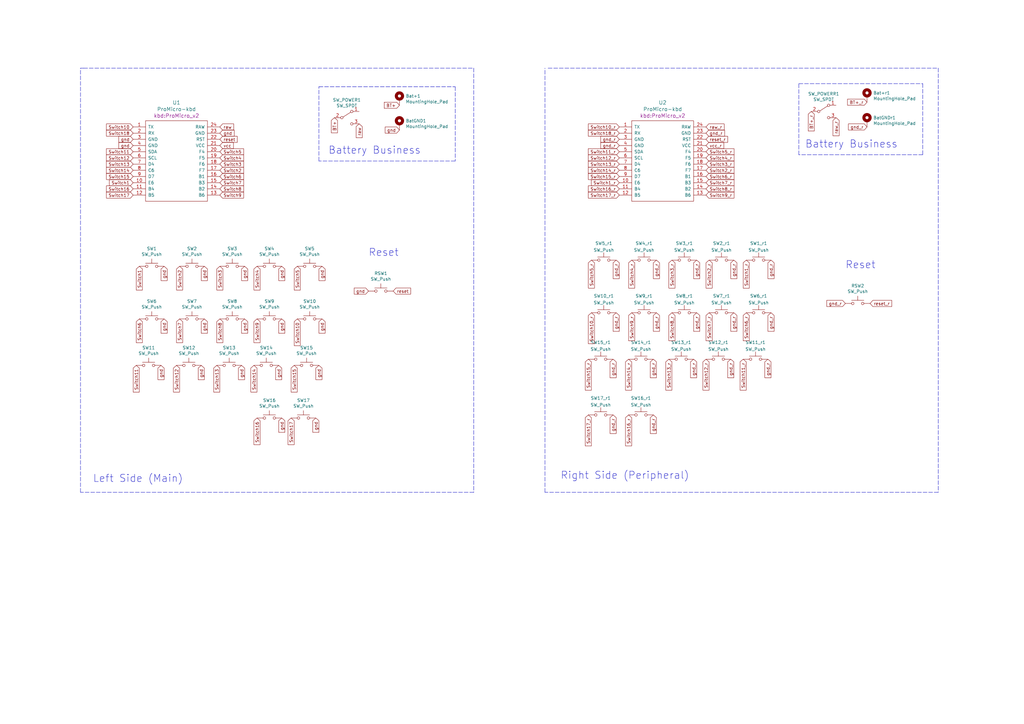
<source format=kicad_sch>
(kicad_sch (version 20211123) (generator eeschema)
  (paper "A3")
  (title_block (title "Sweep V2") (date "2021-03-10") (rev "0.1") (company "broomlabs"))
  (lib_symbols
    (symbol "Mechanical:MountingHole_Pad" (pin_numbers hide) (pin_names (offset 1.016) hide)
      (property "Reference" "H" (at 0 6.35 0))
      (property "Value" "MountingHole_Pad" (at 0 4.445 0))
      (symbol "MountingHole_Pad_0_1"
        (circle (center 0 1.27) (radius 1.27) (stroke (width 1.27)))
      )
      (symbol "MountingHole_Pad_1_1"
        (pin input line (at 0 -2.54 90) (length 2.54) (name "1") (number "1"))
      )
    )
    (symbol "Switch:SW_Push" (pin_numbers hide) (pin_names (offset 1.016) hide)
      (property "Reference" "SW" (at 1.27 2.54 0))
      (property "Value" "SW_Push" (at 0 -1.524 0))
      (symbol "SW_Push_0_1"
        (circle (center -2.032 0) (radius 0.508))
        (polyline (pts (xy 0 1.27) (xy 0 3.048)))
        (polyline (pts (xy 2.54 1.27) (xy -2.54 1.27)))
        (circle (center 2.032 0) (radius 0.508))
        (pin passive line (at -5.08 0 0) (length 2.54) (name "1") (number "1"))
        (pin passive line (at 5.08 0 180) (length 2.54) (name "2") (number "2"))
      )
    )
    (symbol "Switch:SW_SPDT" (pin_names (offset 0) hide)
      (property "Reference" "SW" (at 0 4.318 0))
      (property "Value" "SW_SPDT" (at 0 -5.08 0))
      (symbol "SW_SPDT_0_0"
        (circle (center -2.032 0) (radius 0.508))
        (circle (center 2.032 -2.54) (radius 0.508))
      )
      (symbol "SW_SPDT_0_1"
        (polyline (pts (xy -1.524 0.254) (xy 1.651 2.286)))
        (circle (center 2.032 2.54) (radius 0.508))
      )
      (symbol "SW_SPDT_1_1"
        (pin passive line (at 5.08 2.54 180) (length 2.54) (name "A") (number "1"))
        (pin passive line (at -5.08 0 0) (length 2.54) (name "B") (number "2"))
        (pin passive line (at 5.08 -2.54 180) (length 2.54) (name "C") (number "3"))
      )
    )
    (symbol "sweepv2-rescue:ProMicro-kbd-bigblackpill-34key-rescue" (pin_names (offset 1.016))
      (property "Reference" "U" (at 0 24.13 0))
      (property "Value" "sweepv2-rescue_ProMicro-kbd-bigblackpill-34key-rescue" (at 0 -13.97 0))
      (symbol "ProMicro-kbd-bigblackpill-34key-rescue_0_1"
        (rectangle (start -12.7 21.59) (end 12.7 -11.43))
      )
      (symbol "ProMicro-kbd-bigblackpill-34key-rescue_1_1"
        (pin bidirectional line (at -17.78 19.05 0) (length 5.08) (name "TX") (number "1"))
        (pin bidirectional line (at -17.78 -3.81 0) (length 5.08) (name "E6") (number "10"))
        (pin bidirectional line (at -17.78 -6.35 0) (length 5.08) (name "B4") (number "11"))
        (pin bidirectional line (at -17.78 -8.89 0) (length 5.08) (name "B5") (number "12"))
        (pin bidirectional line (at 17.78 -8.89 180) (length 5.08) (name "B6") (number "13"))
        (pin bidirectional line (at 17.78 -6.35 180) (length 5.08) (name "B2") (number "14"))
        (pin bidirectional line (at 17.78 -3.81 180) (length 5.08) (name "B3") (number "15"))
        (pin bidirectional line (at 17.78 -1.27 180) (length 5.08) (name "B1") (number "16"))
        (pin bidirectional line (at 17.78 1.27 180) (length 5.08) (name "F7") (number "17"))
        (pin bidirectional line (at 17.78 3.81 180) (length 5.08) (name "F6") (number "18"))
        (pin bidirectional line (at 17.78 6.35 180) (length 5.08) (name "F5") (number "19"))
        (pin bidirectional line (at -17.78 16.51 0) (length 5.08) (name "RX") (number "2"))
        (pin bidirectional line (at 17.78 8.89 180) (length 5.08) (name "F4") (number "20"))
        (pin power_in line (at 17.78 11.43 180) (length 5.08) (name "VCC") (number "21"))
        (pin input line (at 17.78 13.97 180) (length 5.08) (name "RST") (number "22"))
        (pin power_in line (at 17.78 16.51 180) (length 5.08) (name "GND") (number "23"))
        (pin power_out line (at 17.78 19.05 180) (length 5.08) (name "RAW") (number "24"))
        (pin power_in line (at -17.78 13.97 0) (length 5.08) (name "GND") (number "3"))
        (pin power_in line (at -17.78 11.43 0) (length 5.08) (name "GND") (number "4"))
        (pin bidirectional line (at -17.78 8.89 0) (length 5.08) (name "SDA") (number "5"))
        (pin bidirectional line (at -17.78 6.35 0) (length 5.08) (name "SCL") (number "6"))
        (pin bidirectional line (at -17.78 3.81 0) (length 5.08) (name "D4") (number "7"))
        (pin bidirectional line (at -17.78 1.27 0) (length 5.08) (name "C6") (number "8"))
        (pin bidirectional line (at -17.78 -1.27 0) (length 5.08) (name "D7") (number "9"))
      )
    )
  )
  (polyline (pts (xy 223.52 201.93) (xy 223.52 27.94)))
  (polyline (pts (xy 130.81 35.56) (xy 186.69 35.56)))
  (polyline (pts (xy 384.81 27.94) (xy 384.81 201.93)))
  (polyline (pts (xy 224.79 27.94) (xy 384.81 27.94)))
  (polyline (pts (xy 378.46 63.5) (xy 327.66 63.5)))
  (polyline (pts (xy 130.81 66.04) (xy 130.81 35.56)))
  (polyline (pts (xy 33.02 201.93) (xy 33.02 27.94)))
  (polyline (pts (xy 186.69 66.04) (xy 130.81 66.04)))
  (polyline (pts (xy 327.66 63.5) (xy 327.66 34.29)))
  (polyline (pts (xy 34.29 27.94) (xy 194.31 27.94)))
  (polyline (pts (xy 327.66 34.29) (xy 378.46 34.29)))
  (polyline (pts (xy 186.69 35.56) (xy 186.69 66.04)))
  (polyline (pts (xy 378.46 34.29) (xy 378.46 63.5)))
  (polyline (pts (xy 33.02 27.94) (xy 34.29 27.94)))
  (polyline (pts (xy 384.81 201.93) (xy 223.52 201.93)))
  (polyline (pts (xy 194.31 27.94) (xy 194.31 201.93)))
  (polyline (pts (xy 194.31 201.93) (xy 33.02 201.93)))
  (text "Battery Business" (at 134.62 63.5 0) (effects (font (size 2.9972 2.9972)) (justify left bottom)))
  (text "Reset" (at 151.13 105.41 0) (effects (font (size 2.9972 2.9972)) (justify left bottom)))
  (text "Left Side (Main)" (at 38.1 198.12 0) (effects (font (size 2.9972 2.9972)) (justify left bottom)))
  (text "Right Side (Peripheral)" (at 229.87 196.85 0) (effects (font (size 2.9972 2.9972)) (justify left bottom)))
  (text "Battery Business" (at 330.2 60.96 0) (effects (font (size 2.9972 2.9972)) (justify left bottom)))
  (text "Reset" (at 346.71 110.49 0) (effects (font (size 2.9972 2.9972)) (justify left bottom)))
  (global_label "Switch14" (shape input) (at 54.61 69.85 180) (property "Intersheet References" "${INTERSHEET_REFS}" (effects hide)))
  (global_label "BT+_r" (shape input) (at 332.74 45.72 270) (property "Intersheet References" "${INTERSHEET_REFS}" (effects hide)))
  (global_label "gnd" (shape input) (at 132.08 130.81 270) (property "Intersheet References" "${INTERSHEET_REFS}" (effects hide)))
  (global_label "Switch3_r" (shape input) (at 275.59 106.68 270) (property "Intersheet References" "${INTERSHEET_REFS}" (effects hide)))
  (global_label "Switch5" (shape input) (at 121.92 109.22 270) (property "Intersheet References" "${INTERSHEET_REFS}" (effects hide)))
  (global_label "Switch12_r" (shape input) (at 254 64.77 180) (property "Intersheet References" "${INTERSHEET_REFS}" (effects hide)))
  (global_label "Switch15_r" (shape input) (at 241.3 147.32 270) (property "Intersheet References" "${INTERSHEET_REFS}" (effects hide)))
  (global_label "Switch8_r" (shape input) (at 275.59 128.27 270) (property "Intersheet References" "${INTERSHEET_REFS}" (effects hide)))
  (global_label "Switch4" (shape input) (at 90.17 64.77 0) (property "Intersheet References" "${INTERSHEET_REFS}" (effects hide)))
  (global_label "gnd" (shape input) (at 99.06 149.86 270) (property "Intersheet References" "${INTERSHEET_REFS}" (effects hide)))
  (global_label "reset" (shape input) (at 161.29 119.38 0) (property "Intersheet References" "${INTERSHEET_REFS}" (effects hide)))
  (global_label "vcc" (shape input) (at 90.17 59.69 0) (property "Intersheet References" "${INTERSHEET_REFS}" (effects hide)))
  (global_label "Switch6_r" (shape input) (at 289.56 72.39 0) (property "Intersheet References" "${INTERSHEET_REFS}" (effects hide)))
  (global_label "Switch16" (shape input) (at 105.41 171.45 270) (property "Intersheet References" "${INTERSHEET_REFS}" (effects hide)))
  (global_label "Switch8" (shape input) (at 90.17 130.81 270) (property "Intersheet References" "${INTERSHEET_REFS}" (effects hide)))
  (global_label "Switch12_r" (shape input) (at 289.56 147.32 270) (property "Intersheet References" "${INTERSHEET_REFS}" (effects hide)))
  (global_label "gnd" (shape input) (at 151.13 119.38 180) (property "Intersheet References" "${INTERSHEET_REFS}" (effects hide)))
  (global_label "gnd_r" (shape input) (at 346.71 124.46 180) (property "Intersheet References" "${INTERSHEET_REFS}" (effects hide)))
  (global_label "Switch17_r" (shape input) (at 241.3 170.18 270) (property "Intersheet References" "${INTERSHEET_REFS}" (effects hide)))
  (global_label "gnd" (shape input) (at 82.55 149.86 270) (property "Intersheet References" "${INTERSHEET_REFS}" (effects hide)))
  (global_label "gnd_r" (shape input) (at 300.99 128.27 270) (property "Intersheet References" "${INTERSHEET_REFS}" (effects hide)))
  (global_label "reset_r" (shape input) (at 289.56 57.15 0) (property "Intersheet References" "${INTERSHEET_REFS}" (effects hide)))
  (global_label "gnd" (shape input) (at 163.83 53.34 180) (property "Intersheet References" "${INTERSHEET_REFS}" (effects hide)))
  (global_label "Switch13_r" (shape input) (at 274.32 147.32 270) (property "Intersheet References" "${INTERSHEET_REFS}" (effects hide)))
  (global_label "gnd_r" (shape input) (at 267.97 170.18 270) (property "Intersheet References" "${INTERSHEET_REFS}" (effects hide)))
  (global_label "gnd" (shape input) (at 90.17 54.61 0) (property "Intersheet References" "${INTERSHEET_REFS}" (effects hide)))
  (global_label "Switch11" (shape input) (at 54.61 62.23 180) (property "Intersheet References" "${INTERSHEET_REFS}" (effects hide)))
  (global_label "gnd" (shape input) (at 54.61 59.69 180) (property "Intersheet References" "${INTERSHEET_REFS}" (effects hide)))
  (global_label "gnd" (shape input) (at 67.31 109.22 270) (property "Intersheet References" "${INTERSHEET_REFS}" (effects hide)))
  (global_label "Switch18" (shape input) (at 54.61 54.61 180) (property "Intersheet References" "${INTERSHEET_REFS}" (effects hide)))
  (global_label "gnd" (shape input) (at 67.31 130.81 270) (property "Intersheet References" "${INTERSHEET_REFS}" (effects hide)))
  (global_label "Switch12" (shape input) (at 54.61 64.77 180) (property "Intersheet References" "${INTERSHEET_REFS}" (effects hide)))
  (global_label "Switch16_r" (shape input) (at 257.81 170.18 270) (property "Intersheet References" "${INTERSHEET_REFS}" (effects hide)))
  (global_label "Switch2_r" (shape input) (at 289.56 69.85 0) (property "Intersheet References" "${INTERSHEET_REFS}" (effects hide)))
  (global_label "Switch9" (shape input) (at 105.41 130.81 270) (property "Intersheet References" "${INTERSHEET_REFS}" (effects hide)))
  (global_label "raw" (shape input) (at 90.17 52.07 0) (property "Intersheet References" "${INTERSHEET_REFS}" (effects hide)))
  (global_label "gnd_r" (shape input) (at 251.46 147.32 270) (property "Intersheet References" "${INTERSHEET_REFS}" (effects hide)))
  (global_label "gnd_r" (shape input) (at 269.24 128.27 270) (property "Intersheet References" "${INTERSHEET_REFS}" (effects hide)))
  (global_label "gnd_r" (shape input) (at 316.23 106.68 270) (property "Intersheet References" "${INTERSHEET_REFS}" (effects hide)))
  (global_label "BT+" (shape input) (at 137.16 48.26 270) (property "Intersheet References" "${INTERSHEET_REFS}" (effects hide)))
  (global_label "Switch7_r" (shape input) (at 290.83 128.27 270) (property "Intersheet References" "${INTERSHEET_REFS}" (effects hide)))
  (global_label "gnd_r" (shape input) (at 254 57.15 180) (property "Intersheet References" "${INTERSHEET_REFS}" (effects hide)))
  (global_label "gnd" (shape input) (at 115.57 130.81 270) (property "Intersheet References" "${INTERSHEET_REFS}" (effects hide)))
  (global_label "Switch6" (shape input) (at 90.17 72.39 0) (property "Intersheet References" "${INTERSHEET_REFS}" (effects hide)))
  (global_label "gnd" (shape input) (at 54.61 57.15 180) (property "Intersheet References" "${INTERSHEET_REFS}" (effects hide)))
  (global_label "Switch8" (shape input) (at 90.17 77.47 0) (property "Intersheet References" "${INTERSHEET_REFS}" (effects hide)))
  (global_label "gnd" (shape input) (at 129.54 171.45 270) (property "Intersheet References" "${INTERSHEET_REFS}" (effects hide)))
  (global_label "gnd_r" (shape input) (at 254 59.69 180) (property "Intersheet References" "${INTERSHEET_REFS}" (effects hide)))
  (global_label "Switch1_r" (shape input) (at 306.07 106.68 270) (property "Intersheet References" "${INTERSHEET_REFS}" (effects hide)))
  (global_label "reset" (shape input) (at 90.17 57.15 0) (property "Intersheet References" "${INTERSHEET_REFS}" (effects hide)))
  (global_label "BT+" (shape input) (at 163.83 43.18 180) (property "Intersheet References" "${INTERSHEET_REFS}" (effects hide)))
  (global_label "Switch1" (shape input) (at 54.61 74.93 180) (property "Intersheet References" "${INTERSHEET_REFS}" (effects hide)))
  (global_label "Switch5_r" (shape input) (at 242.57 106.68 270) (property "Intersheet References" "${INTERSHEET_REFS}" (effects hide)))
  (global_label "Switch2" (shape input) (at 73.66 109.22 270) (property "Intersheet References" "${INTERSHEET_REFS}" (effects hide)))
  (global_label "raw" (shape input) (at 147.32 50.8 270) (property "Intersheet References" "${INTERSHEET_REFS}" (effects hide)))
  (global_label "Switch4_r" (shape input) (at 289.56 64.77 0) (property "Intersheet References" "${INTERSHEET_REFS}" (effects hide)))
  (global_label "Switch3" (shape input) (at 90.17 109.22 270) (property "Intersheet References" "${INTERSHEET_REFS}" (effects hide)))
  (global_label "Switch8_r" (shape input) (at 289.56 77.47 0) (property "Intersheet References" "${INTERSHEET_REFS}" (effects hide)))
  (global_label "Switch1_r" (shape input) (at 254 74.93 180) (property "Intersheet References" "${INTERSHEET_REFS}" (effects hide)))
  (global_label "vcc_r" (shape input) (at 289.56 59.69 0) (property "Intersheet References" "${INTERSHEET_REFS}" (effects hide)))
  (global_label "Switch4" (shape input) (at 105.41 109.22 270) (property "Intersheet References" "${INTERSHEET_REFS}" (effects hide)))
  (global_label "Switch9" (shape input) (at 90.17 80.01 0) (property "Intersheet References" "${INTERSHEET_REFS}" (effects hide)))
  (global_label "Switch10_r" (shape input) (at 242.57 128.27 270) (property "Intersheet References" "${INTERSHEET_REFS}" (effects hide)))
  (global_label "Switch2" (shape input) (at 90.17 69.85 0) (property "Intersheet References" "${INTERSHEET_REFS}" (effects hide)))
  (global_label "Switch10" (shape input) (at 54.61 52.07 180) (property "Intersheet References" "${INTERSHEET_REFS}" (effects hide)))
  (global_label "reset_r" (shape input) (at 356.87 124.46 0) (property "Intersheet References" "${INTERSHEET_REFS}" (effects hide)))
  (global_label "Switch11_r" (shape input) (at 254 62.23 180) (property "Intersheet References" "${INTERSHEET_REFS}" (effects hide)))
  (global_label "gnd_r" (shape input) (at 299.72 147.32 270) (property "Intersheet References" "${INTERSHEET_REFS}" (effects hide)))
  (global_label "Switch11_r" (shape input) (at 304.8 147.32 270) (property "Intersheet References" "${INTERSHEET_REFS}" (effects hide)))
  (global_label "gnd_r" (shape input) (at 267.97 147.32 270) (property "Intersheet References" "${INTERSHEET_REFS}" (effects hide)))
  (global_label "Switch11" (shape input) (at 55.88 149.86 270) (property "Intersheet References" "${INTERSHEET_REFS}" (effects hide)))
  (global_label "gnd" (shape input) (at 115.57 109.22 270) (property "Intersheet References" "${INTERSHEET_REFS}" (effects hide)))
  (global_label "gnd_r" (shape input) (at 252.73 128.27 270) (property "Intersheet References" "${INTERSHEET_REFS}" (effects hide)))
  (global_label "Switch3_r" (shape input) (at 289.56 67.31 0) (property "Intersheet References" "${INTERSHEET_REFS}" (effects hide)))
  (global_label "gnd_r" (shape input) (at 285.75 106.68 270) (property "Intersheet References" "${INTERSHEET_REFS}" (effects hide)))
  (global_label "Switch13" (shape input) (at 88.9 149.86 270) (property "Intersheet References" "${INTERSHEET_REFS}" (effects hide)))
  (global_label "Switch4_r" (shape input) (at 259.08 106.68 270) (property "Intersheet References" "${INTERSHEET_REFS}" (effects hide)))
  (global_label "gnd_r" (shape input) (at 269.24 106.68 270) (property "Intersheet References" "${INTERSHEET_REFS}" (effects hide)))
  (global_label "Switch3" (shape input) (at 90.17 67.31 0) (property "Intersheet References" "${INTERSHEET_REFS}" (effects hide)))
  (global_label "gnd_r" (shape input) (at 355.6 52.07 180) (property "Intersheet References" "${INTERSHEET_REFS}" (effects hide)))
  (global_label "Switch15" (shape input) (at 54.61 72.39 180) (property "Intersheet References" "${INTERSHEET_REFS}" (effects hide)))
  (global_label "gnd_r" (shape input) (at 285.75 128.27 270) (property "Intersheet References" "${INTERSHEET_REFS}" (effects hide)))
  (global_label "Switch16" (shape input) (at 54.61 77.47 180) (property "Intersheet References" "${INTERSHEET_REFS}" (effects hide)))
  (global_label "Switch1" (shape input) (at 57.15 109.22 270) (property "Intersheet References" "${INTERSHEET_REFS}" (effects hide)))
  (global_label "gnd" (shape input) (at 100.33 130.81 270) (property "Intersheet References" "${INTERSHEET_REFS}" (effects hide)))
  (global_label "Switch2_r" (shape input) (at 290.83 106.68 270) (property "Intersheet References" "${INTERSHEET_REFS}" (effects hide)))
  (global_label "gnd" (shape input) (at 114.3 149.86 270) (property "Intersheet References" "${INTERSHEET_REFS}" (effects hide)))
  (global_label "gnd_r" (shape input) (at 718.82 306.07 0) (property "Intersheet References" "${INTERSHEET_REFS}" (effects hide)))
  (global_label "gnd_r" (shape input) (at 316.23 128.27 270) (property "Intersheet References" "${INTERSHEET_REFS}" (effects hide)))
  (global_label "gnd_r" (shape input) (at 284.48 147.32 270) (property "Intersheet References" "${INTERSHEET_REFS}" (effects hide)))
  (global_label "Switch15_r" (shape input) (at 254 72.39 180) (property "Intersheet References" "${INTERSHEET_REFS}" (effects hide)))
  (global_label "gnd_r" (shape input) (at 251.46 170.18 270) (property "Intersheet References" "${INTERSHEET_REFS}" (effects hide)))
  (global_label "Switch12" (shape input) (at 72.39 149.86 270) (property "Intersheet References" "${INTERSHEET_REFS}" (effects hide)))
  (global_label "raw_r" (shape input) (at 342.9 48.26 270) (property "Intersheet References" "${INTERSHEET_REFS}" (effects hide)))
  (global_label "Switch7" (shape input) (at 90.17 74.93 0) (property "Intersheet References" "${INTERSHEET_REFS}" (effects hide)))
  (global_label "raw_r" (shape input) (at 289.56 52.07 0) (property "Intersheet References" "${INTERSHEET_REFS}" (effects hide)))
  (global_label "Switch15" (shape input) (at 120.65 149.86 270) (property "Intersheet References" "${INTERSHEET_REFS}" (effects hide)))
  (global_label "Switch17" (shape input) (at 54.61 80.01 180) (property "Intersheet References" "${INTERSHEET_REFS}" (effects hide)))
  (global_label "gnd" (shape input) (at 66.04 149.86 270) (property "Intersheet References" "${INTERSHEET_REFS}" (effects hide)))
  (global_label "Switch18_r" (shape input) (at 254 54.61 180) (property "Intersheet References" "${INTERSHEET_REFS}" (effects hide)))
  (global_label "BT+_r" (shape input) (at 355.6 41.91 180) (property "Intersheet References" "${INTERSHEET_REFS}" (effects hide)))
  (global_label "Switch9_r" (shape input) (at 289.56 80.01 0) (property "Intersheet References" "${INTERSHEET_REFS}" (effects hide)))
  (global_label "gnd" (shape input) (at 83.82 130.81 270) (property "Intersheet References" "${INTERSHEET_REFS}" (effects hide)))
  (global_label "Switch14_r" (shape input) (at 254 69.85 180) (property "Intersheet References" "${INTERSHEET_REFS}" (effects hide)))
  (global_label "Switch7" (shape input) (at 73.66 130.81 270) (property "Intersheet References" "${INTERSHEET_REFS}" (effects hide)))
  (global_label "Switch10" (shape input) (at 121.92 130.81 270) (property "Intersheet References" "${INTERSHEET_REFS}" (effects hide)))
  (global_label "gnd_r" (shape input) (at 252.73 106.68 270) (property "Intersheet References" "${INTERSHEET_REFS}" (effects hide)))
  (global_label "Switch5" (shape input) (at 90.17 62.23 0) (property "Intersheet References" "${INTERSHEET_REFS}" (effects hide)))
  (global_label "gnd" (shape input) (at 100.33 109.22 270) (property "Intersheet References" "${INTERSHEET_REFS}" (effects hide)))
  (global_label "gnd" (shape input) (at 83.82 109.22 270) (property "Intersheet References" "${INTERSHEET_REFS}" (effects hide)))
  (global_label "gnd_r" (shape input) (at 314.96 147.32 270) (property "Intersheet References" "${INTERSHEET_REFS}" (effects hide)))
  (global_label "Switch13_r" (shape input) (at 254 67.31 180) (property "Intersheet References" "${INTERSHEET_REFS}" (effects hide)))
  (global_label "gnd_r" (shape input) (at 300.99 106.68 270) (property "Intersheet References" "${INTERSHEET_REFS}" (effects hide)))
  (global_label "gnd" (shape input) (at 115.57 171.45 270) (property "Intersheet References" "${INTERSHEET_REFS}" (effects hide)))
  (global_label "gnd" (shape input) (at 132.08 109.22 270) (property "Intersheet References" "${INTERSHEET_REFS}" (effects hide)))
  (global_label "Switch17" (shape input) (at 119.38 171.45 270) (property "Intersheet References" "${INTERSHEET_REFS}" (effects hide)))
  (global_label "Switch9_r" (shape input) (at 259.08 128.27 270) (property "Intersheet References" "${INTERSHEET_REFS}" (effects hide)))
  (global_label "gnd_r" (shape input) (at 289.56 54.61 0) (property "Intersheet References" "${INTERSHEET_REFS}" (effects hide)))
  (global_label "Switch5_r" (shape input) (at 289.56 62.23 0) (property "Intersheet References" "${INTERSHEET_REFS}" (effects hide)))
  (global_label "Switch6" (shape input) (at 57.15 130.81 270) (property "Intersheet References" "${INTERSHEET_REFS}" (effects hide)))
  (global_label "Switch14_r" (shape input) (at 257.81 147.32 270) (property "Intersheet References" "${INTERSHEET_REFS}" (effects hide)))
  (global_label "Switch13" (shape input) (at 54.61 67.31 180) (property "Intersheet References" "${INTERSHEET_REFS}" (effects hide)))
  (global_label "Switch14" (shape input) (at 104.14 149.86 270) (property "Intersheet References" "${INTERSHEET_REFS}" (effects hide)))
  (global_label "Switch17_r" (shape input) (at 254 80.01 180) (property "Intersheet References" "${INTERSHEET_REFS}" (effects hide)))
  (global_label "Switch16_r" (shape input) (at 254 77.47 180) (property "Intersheet References" "${INTERSHEET_REFS}" (effects hide)))
  (global_label "Switch10_r" (shape input) (at 254 52.07 180) (property "Intersheet References" "${INTERSHEET_REFS}" (effects hide)))
  (global_label "Switch6_r" (shape input) (at 306.07 128.27 270) (property "Intersheet References" "${INTERSHEET_REFS}" (effects hide)))
  (global_label "Switch7_r" (shape input) (at 289.56 74.93 0) (property "Intersheet References" "${INTERSHEET_REFS}" (effects hide)))
  (global_label "gnd" (shape input) (at 130.81 149.86 270) (property "Intersheet References" "${INTERSHEET_REFS}" (effects hide)))
  (symbol (lib_id "Mechanical:MountingHole_Pad") (at 163.83 40.64 0) (unit 1)
    (property "Reference" "Bat+1" (at 166.37 39.3954 0) (effects (justify left)))
    (property "Value" "MountingHole_Pad" (at 166.37 41.7068 0) (effects (justify left)))
    (property "Footprint" "kbd:1pin_conn" (effects hide))
  )
  (symbol (lib_id "Mechanical:MountingHole_Pad") (at 163.83 50.8 0) (unit 1)
    (property "Reference" "BatGND1" (at 166.37 49.5554 0) (effects (justify left)))
    (property "Value" "MountingHole_Pad" (at 166.37 51.8668 0) (effects (justify left)))
    (property "Footprint" "kbd:1pin_conn" (effects hide))
  )
  (symbol (lib_id "sweepv2-rescue:ProMicro-kbd-bigblackpill-34key-rescue") (at 72.39 71.12 0) (unit 1)
    (property "Reference" "U1" (at 72.39 42.0878 0) (effects (font (size 1.524 1.524))))
    (property "Value" "ProMicro-kbd" (at 72.39 44.7802 0) (effects (font (size 1.524 1.524))))
    (property "Footprint" "kbd:ProMicro_v2" (at 72.39 47.4726 0) (effects (font (size 1.524 1.524))))
  )
  (symbol (lib_id "Switch:SW_Push") (at 62.23 109.22 0) (unit 1)
    (property "Reference" "SW1" (at 62.23 101.981 0))
    (property "Value" "SW_Push" (at 62.23 104.2924 0))
    (property "Footprint" "Kailh:SW_PG1350_rev_DPB" (effects hide))
  )
  (symbol (lib_id "Switch:SW_Push") (at 78.74 109.22 0) (unit 1)
    (property "Reference" "SW2" (at 78.74 101.981 0))
    (property "Value" "SW_Push" (at 78.74 104.2924 0))
    (property "Footprint" "Kailh:SW_PG1350_rev_DPB" (effects hide))
  )
  (symbol (lib_id "Switch:SW_Push") (at 95.25 109.22 0) (unit 1)
    (property "Reference" "SW3" (at 95.25 101.981 0))
    (property "Value" "SW_Push" (at 95.25 104.2924 0))
    (property "Footprint" "Kailh:SW_PG1350_rev_DPB" (effects hide))
  )
  (symbol (lib_id "Switch:SW_Push") (at 110.49 109.22 0) (unit 1)
    (property "Reference" "SW4" (at 110.49 101.981 0))
    (property "Value" "SW_Push" (at 110.49 104.2924 0))
    (property "Footprint" "Kailh:SW_PG1350_rev_DPB" (effects hide))
  )
  (symbol (lib_id "Switch:SW_Push") (at 127 109.22 0) (unit 1)
    (property "Reference" "SW5" (at 127 101.981 0))
    (property "Value" "SW_Push" (at 127 104.2924 0))
    (property "Footprint" "Kailh:SW_PG1350_rev_DPB" (effects hide))
  )
  (symbol (lib_id "Switch:SW_Push") (at 110.49 171.45 0) (unit 1)
    (property "Reference" "SW16" (at 110.49 164.211 0))
    (property "Value" "SW_Push" (at 110.49 166.5224 0))
    (property "Footprint" "Kailh:SW_PG1350_rev_DPB" (effects hide))
  )
  (symbol (lib_id "Switch:SW_Push") (at 124.46 171.45 0) (unit 1)
    (property "Reference" "SW17" (at 124.46 164.211 0))
    (property "Value" "SW_Push" (at 124.46 166.5224 0))
    (property "Footprint" "Kailh:SW_PG1350_rev_DPB" (effects hide))
  )
  (symbol (lib_id "Switch:SW_Push") (at 62.23 130.81 0) (unit 1)
    (property "Reference" "SW6" (at 62.23 123.571 0))
    (property "Value" "SW_Push" (at 62.23 125.8824 0))
    (property "Footprint" "Kailh:SW_PG1350_rev_DPB" (effects hide))
  )
  (symbol (lib_id "Switch:SW_Push") (at 78.74 130.81 0) (unit 1)
    (property "Reference" "SW7" (at 78.74 123.571 0))
    (property "Value" "SW_Push" (at 78.74 125.8824 0))
    (property "Footprint" "Kailh:SW_PG1350_rev_DPB" (effects hide))
  )
  (symbol (lib_id "Switch:SW_Push") (at 95.25 130.81 0) (unit 1)
    (property "Reference" "SW8" (at 95.25 123.571 0))
    (property "Value" "SW_Push" (at 95.25 125.8824 0))
    (property "Footprint" "Kailh:SW_PG1350_rev_DPB" (effects hide))
  )
  (symbol (lib_id "Switch:SW_Push") (at 110.49 130.81 0) (unit 1)
    (property "Reference" "SW9" (at 110.49 123.571 0))
    (property "Value" "SW_Push" (at 110.49 125.8824 0))
    (property "Footprint" "Kailh:SW_PG1350_rev_DPB" (effects hide))
  )
  (symbol (lib_id "Switch:SW_Push") (at 127 130.81 0) (unit 1)
    (property "Reference" "SW10" (at 127 123.571 0))
    (property "Value" "SW_Push" (at 127 125.8824 0))
    (property "Footprint" "Kailh:SW_PG1350_rev_DPB" (effects hide))
  )
  (symbol (lib_id "Switch:SW_Push") (at 60.96 149.86 0) (unit 1)
    (property "Reference" "SW11" (at 60.96 142.621 0))
    (property "Value" "SW_Push" (at 60.96 144.9324 0))
    (property "Footprint" "Kailh:SW_PG1350_rev_DPB" (effects hide))
  )
  (symbol (lib_id "Switch:SW_Push") (at 77.47 149.86 0) (unit 1)
    (property "Reference" "SW12" (at 77.47 142.621 0))
    (property "Value" "SW_Push" (at 77.47 144.9324 0))
    (property "Footprint" "Kailh:SW_PG1350_rev_DPB" (effects hide))
  )
  (symbol (lib_id "Switch:SW_Push") (at 93.98 149.86 0) (unit 1)
    (property "Reference" "SW13" (at 93.98 142.621 0))
    (property "Value" "SW_Push" (at 93.98 144.9324 0))
    (property "Footprint" "Kailh:SW_PG1350_rev_DPB" (effects hide))
  )
  (symbol (lib_id "Switch:SW_Push") (at 109.22 149.86 0) (unit 1)
    (property "Reference" "SW14" (at 109.22 142.621 0))
    (property "Value" "SW_Push" (at 109.22 144.9324 0))
    (property "Footprint" "Kailh:SW_PG1350_rev_DPB" (effects hide))
  )
  (symbol (lib_id "Switch:SW_Push") (at 125.73 149.86 0) (unit 1)
    (property "Reference" "SW15" (at 125.73 142.621 0))
    (property "Value" "SW_Push" (at 125.73 144.9324 0))
    (property "Footprint" "Kailh:SW_PG1350_rev_DPB" (effects hide))
  )
  (symbol (lib_id "Switch:SW_Push") (at 156.21 119.38 0) (unit 1)
    (property "Reference" "RSW1" (at 156.21 112.141 0))
    (property "Value" "SW_Push" (at 156.21 114.4524 0))
    (property "Footprint" "kbd:ResetSW" (effects hide))
  )
  (symbol (lib_id "Switch:SW_SPDT") (at 142.24 48.26 0) (unit 1)
    (property "Reference" "SW_POWER1" (at 142.24 41.021 0))
    (property "Value" "SW_SPDT" (at 142.24 43.3324 0))
    (property "Footprint" "Kailh:SPDT_C128955" (effects hide))
  )
  (symbol (lib_id "Switch:SW_Push") (at 311.15 106.68 0) (unit 1)
    (property "Reference" "SW1_r1" (at 311.15 99.7925 0))
    (property "Value" "SW_Push" (at 311.15 102.5676 0))
    (property "Footprint" "Kailh:SW_PG1350_rev_DPB" (effects hide))
  )
  (symbol (lib_id "Switch:SW_Push") (at 295.91 106.68 0) (unit 1)
    (property "Reference" "SW2_r1" (at 295.91 99.7925 0))
    (property "Value" "SW_Push" (at 295.91 102.5676 0))
    (property "Footprint" "Kailh:SW_PG1350_rev_DPB" (effects hide))
  )
  (symbol (lib_id "Switch:SW_Push") (at 280.67 106.68 0) (unit 1)
    (property "Reference" "SW3_r1" (at 280.67 99.7925 0))
    (property "Value" "SW_Push" (at 280.67 102.5676 0))
    (property "Footprint" "Kailh:SW_PG1350_rev_DPB" (effects hide))
  )
  (symbol (lib_id "Switch:SW_Push") (at 264.16 106.68 0) (unit 1)
    (property "Reference" "SW4_r1" (at 264.16 99.7925 0))
    (property "Value" "SW_Push" (at 264.16 102.5676 0))
    (property "Footprint" "Kailh:SW_PG1350_rev_DPB" (effects hide))
  )
  (symbol (lib_id "Switch:SW_Push") (at 247.65 106.68 0) (unit 1)
    (property "Reference" "SW5_r1" (at 247.65 99.7925 0))
    (property "Value" "SW_Push" (at 247.65 102.5676 0))
    (property "Footprint" "Kailh:SW_PG1350_rev_DPB" (effects hide))
  )
  (symbol (lib_id "Switch:SW_Push") (at 262.89 170.18 0) (unit 1)
    (property "Reference" "SW16_r1" (at 262.89 163.2925 0))
    (property "Value" "SW_Push" (at 262.89 166.0676 0))
    (property "Footprint" "Kailh:SW_PG1350_rev_DPB" (effects hide))
  )
  (symbol (lib_id "Switch:SW_Push") (at 246.38 170.18 0) (unit 1)
    (property "Reference" "SW17_r1" (at 246.38 163.2925 0))
    (property "Value" "SW_Push" (at 246.38 166.0676 0))
    (property "Footprint" "Kailh:SW_PG1350_rev_DPB" (effects hide))
  )
  (symbol (lib_id "Switch:SW_Push") (at 311.15 128.27 0) (unit 1)
    (property "Reference" "SW6_r1" (at 311.15 121.3825 0))
    (property "Value" "SW_Push" (at 311.15 124.1576 0))
    (property "Footprint" "Kailh:SW_PG1350_rev_DPB" (effects hide))
  )
  (symbol (lib_id "Switch:SW_Push") (at 295.91 128.27 0) (unit 1)
    (property "Reference" "SW7_r1" (at 295.91 121.3825 0))
    (property "Value" "SW_Push" (at 295.91 124.1576 0))
    (property "Footprint" "Kailh:SW_PG1350_rev_DPB" (effects hide))
  )
  (symbol (lib_id "Switch:SW_Push") (at 280.67 128.27 0) (unit 1)
    (property "Reference" "SW8_r1" (at 280.67 121.3825 0))
    (property "Value" "SW_Push" (at 280.67 124.1576 0))
    (property "Footprint" "Kailh:SW_PG1350_rev_DPB" (effects hide))
  )
  (symbol (lib_id "Switch:SW_Push") (at 264.16 128.27 0) (unit 1)
    (property "Reference" "SW9_r1" (at 264.16 121.3825 0))
    (property "Value" "SW_Push" (at 264.16 124.1576 0))
    (property "Footprint" "Kailh:SW_PG1350_rev_DPB" (effects hide))
  )
  (symbol (lib_id "Switch:SW_Push") (at 247.65 128.27 0) (unit 1)
    (property "Reference" "SW10_r1" (at 247.65 121.3825 0))
    (property "Value" "SW_Push" (at 247.65 124.1576 0))
    (property "Footprint" "Kailh:SW_PG1350_rev_DPB" (effects hide))
  )
  (symbol (lib_id "Switch:SW_Push") (at 309.88 147.32 0) (unit 1)
    (property "Reference" "SW11_r1" (at 309.88 140.4325 0))
    (property "Value" "SW_Push" (at 309.88 143.2076 0))
    (property "Footprint" "Kailh:SW_PG1350_rev_DPB" (effects hide))
  )
  (symbol (lib_id "Switch:SW_Push") (at 294.64 147.32 0) (unit 1)
    (property "Reference" "SW12_r1" (at 294.64 140.4325 0))
    (property "Value" "SW_Push" (at 294.64 143.2076 0))
    (property "Footprint" "Kailh:SW_PG1350_rev_DPB" (effects hide))
  )
  (symbol (lib_id "Switch:SW_Push") (at 279.4 147.32 0) (unit 1)
    (property "Reference" "SW13_r1" (at 279.4 140.4325 0))
    (property "Value" "SW_Push" (at 279.4 143.2076 0))
    (property "Footprint" "Kailh:SW_PG1350_rev_DPB" (effects hide))
  )
  (symbol (lib_id "Switch:SW_Push") (at 262.89 147.32 0) (unit 1)
    (property "Reference" "SW14_r1" (at 262.89 140.4325 0))
    (property "Value" "SW_Push" (at 262.89 143.2076 0))
    (property "Footprint" "Kailh:SW_PG1350_rev_DPB" (effects hide))
  )
  (symbol (lib_id "Switch:SW_Push") (at 246.38 147.32 0) (unit 1)
    (property "Reference" "SW15_r1" (at 246.38 140.4325 0))
    (property "Value" "SW_Push" (at 246.38 143.2076 0))
    (property "Footprint" "Kailh:SW_PG1350_rev_DPB" (effects hide))
  )
  (symbol (lib_id "sweepv2-rescue:ProMicro-kbd-bigblackpill-34key-rescue") (at 271.78 71.12 0) (unit 1)
    (property "Reference" "U2" (at 271.78 42.0878 0) (effects (font (size 1.524 1.524))))
    (property "Value" "ProMicro-kbd" (at 271.78 44.7802 0) (effects (font (size 1.524 1.524))))
    (property "Footprint" "kbd:ProMicro_v2" (at 271.78 47.4726 0) (effects (font (size 1.524 1.524))))
  )
  (symbol (lib_id "Switch:SW_Push") (at 351.79 124.46 0) (unit 1)
    (property "Reference" "RSW2" (at 351.79 117.221 0))
    (property "Value" "SW_Push" (at 351.79 119.5324 0))
    (property "Footprint" "kbd:ResetSW" (effects hide))
  )
  (symbol (lib_id "Switch:SW_SPDT") (at 337.82 45.72 0) (unit 1)
    (property "Reference" "SW_POWERR1" (at 337.82 38.481 0))
    (property "Value" "SW_SPDT" (at 337.82 40.7924 0))
    (property "Footprint" "Kailh:SPDT_C128955" (effects hide))
  )
  (symbol (lib_id "Mechanical:MountingHole_Pad") (at 355.6 39.37 0) (unit 1)
    (property "Reference" "Bat+r1" (at 358.14 38.1254 0) (effects (justify left)))
    (property "Value" "MountingHole_Pad" (at 358.14 40.4368 0) (effects (justify left)))
    (property "Footprint" "kbd:1pin_conn" (effects hide))
  )
  (symbol (lib_id "Mechanical:MountingHole_Pad") (at 355.6 49.53 0) (unit 1)
    (property "Reference" "BatGNDr1" (at 358.14 48.2854 0) (effects (justify left)))
    (property "Value" "MountingHole_Pad" (at 358.14 50.5968 0) (effects (justify left)))
    (property "Footprint" "kbd:1pin_conn" (effects hide))
  )
)
</source>
